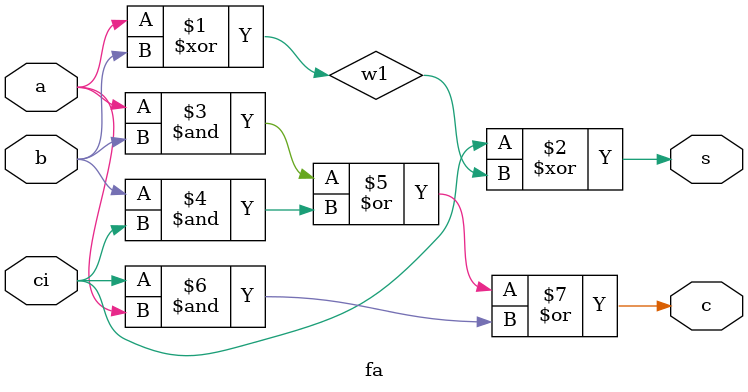
<source format=v>
module fa(output c,s,input a,b,ci);

wire w1;

xor(w1,a,b);
xor(s,ci,w1);
or(c,a&b,b&ci,ci&a);

endmodule 
</source>
